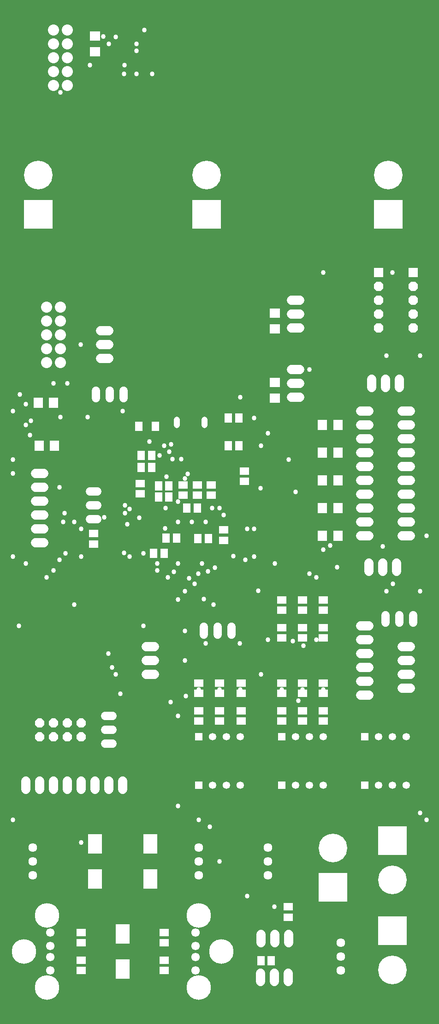
<source format=gbr>
G04 EAGLE Gerber RS-274X export*
G75*
%MOMM*%
%FSLAX34Y34*%
%LPD*%
%INSoldermask Bottom*%
%IPNEG*%
%AMOC8*
5,1,8,0,0,1.08239X$1,22.5*%
G01*
%ADD10R,1.752400X1.952400*%
%ADD11R,1.652400X1.452400*%
%ADD12R,1.452400X1.652400*%
%ADD13C,2.032000*%
%ADD14R,5.252400X5.252400*%
%ADD15C,5.252400*%
%ADD16P,1.814519X8X202.500000*%
%ADD17C,1.524000*%
%ADD18C,1.676400*%
%ADD19R,1.452400X1.752400*%
%ADD20P,1.869504X8X112.500000*%
%ADD21R,1.727200X1.727200*%
%ADD22C,1.117600*%
%ADD23R,1.955400X1.752400*%
%ADD24C,1.612391*%
%ADD25C,1.552400*%
%ADD26C,4.502400*%
%ADD27R,2.652400X3.652400*%
%ADD28R,1.352400X1.352400*%
%ADD29C,1.352400*%
%ADD30R,1.752400X1.955400*%
%ADD31C,0.858000*%


D10*
X60930Y1107440D03*
X88930Y1107440D03*
X90200Y1028700D03*
X62200Y1028700D03*
D11*
X353060Y956920D03*
X353060Y937920D03*
D12*
X352400Y914400D03*
X333400Y914400D03*
X300330Y955040D03*
X281330Y955040D03*
X268580Y989330D03*
X249580Y989330D03*
X353720Y858520D03*
X372720Y858520D03*
X314300Y859790D03*
X295300Y859790D03*
X268580Y1010920D03*
X249580Y1010920D03*
X300330Y934720D03*
X281330Y934720D03*
D11*
X378460Y937920D03*
X378460Y956920D03*
D13*
X76200Y1282700D03*
X101600Y1282700D03*
X76200Y1257300D03*
X101600Y1257300D03*
X76200Y1231900D03*
X101600Y1231900D03*
X76200Y1206500D03*
X101600Y1206500D03*
X76200Y1181100D03*
X101600Y1181100D03*
D14*
X711200Y139700D03*
D15*
X711200Y68070D03*
D14*
X60960Y1452880D03*
D15*
X60960Y1524510D03*
D14*
X369570Y1452880D03*
D15*
X369570Y1524510D03*
D16*
X139700Y520700D03*
X114300Y520700D03*
X88900Y520700D03*
X63500Y520700D03*
X139700Y495300D03*
X114300Y495300D03*
X88900Y495300D03*
X63500Y495300D03*
D13*
X88900Y1790700D03*
X114300Y1790700D03*
X88900Y1765300D03*
X114300Y1765300D03*
X88900Y1739900D03*
X114300Y1739900D03*
X88900Y1714500D03*
X114300Y1714500D03*
X88900Y1689100D03*
X114300Y1689100D03*
D17*
X415290Y696468D02*
X415290Y682752D01*
X389890Y682752D02*
X389890Y696468D01*
X364490Y696468D02*
X364490Y682752D01*
X217170Y1115822D02*
X217170Y1129538D01*
X191770Y1129538D02*
X191770Y1115822D01*
X166370Y1115822D02*
X166370Y1129538D01*
D18*
X71120Y977900D02*
X55880Y977900D01*
X55880Y952500D02*
X71120Y952500D01*
X71120Y927100D02*
X55880Y927100D01*
X55880Y901700D02*
X71120Y901700D01*
X71120Y876300D02*
X55880Y876300D01*
X55880Y850900D02*
X71120Y850900D01*
D19*
X275590Y1064260D03*
X245110Y1064260D03*
D20*
X685800Y1244600D03*
X685800Y1270000D03*
X685800Y1295400D03*
X685800Y1320800D03*
D21*
X685800Y1346200D03*
D14*
X711200Y304800D03*
D15*
X711200Y233170D03*
D18*
X520700Y133350D02*
X520700Y118110D01*
X495300Y118110D02*
X495300Y133350D01*
X469900Y133350D02*
X469900Y118110D01*
D22*
X365760Y1067054D02*
X365760Y1076706D01*
X314960Y1076706D02*
X314960Y1067054D01*
D18*
X525780Y1168400D02*
X541020Y1168400D01*
X541020Y1143000D02*
X525780Y1143000D01*
X525780Y1117600D02*
X541020Y1117600D01*
X541020Y1295400D02*
X525780Y1295400D01*
X525780Y1270000D02*
X541020Y1270000D01*
X541020Y1244600D02*
X525780Y1244600D01*
X668020Y814070D02*
X668020Y798830D01*
X693420Y798830D02*
X693420Y814070D01*
X718820Y814070D02*
X718820Y798830D01*
X468630Y62230D02*
X468630Y46990D01*
X494030Y46990D02*
X494030Y62230D01*
X519430Y62230D02*
X519430Y46990D01*
X673100Y1135380D02*
X673100Y1150620D01*
X698500Y1150620D02*
X698500Y1135380D01*
X723900Y1135380D02*
X723900Y1150620D01*
D11*
X139700Y66700D03*
X139700Y85700D03*
D23*
X165100Y1751080D03*
X165100Y1779520D03*
D12*
X488290Y85090D03*
X469290Y85090D03*
D11*
X519430Y183490D03*
X519430Y164490D03*
X139700Y117500D03*
X139700Y136500D03*
X292100Y136500D03*
X292100Y117500D03*
X292100Y85700D03*
X292100Y66700D03*
D20*
X749300Y1244600D03*
X749300Y1270000D03*
X749300Y1295400D03*
X749300Y1320800D03*
D21*
X749300Y1346200D03*
D18*
X190500Y1188720D02*
X175260Y1188720D01*
X175260Y1214120D02*
X190500Y1214120D01*
X190500Y1239520D02*
X175260Y1239520D01*
X259080Y660400D02*
X274320Y660400D01*
X274320Y635000D02*
X259080Y635000D01*
X259080Y609600D02*
X274320Y609600D01*
D24*
X482600Y241300D03*
X482600Y266700D03*
X482600Y292100D03*
X50800Y241300D03*
X50800Y266700D03*
X50800Y292100D03*
X355600Y241300D03*
X355600Y266700D03*
X355600Y292100D03*
X615950Y118110D03*
X615950Y92710D03*
X615950Y67310D03*
D25*
X349300Y136600D03*
X349300Y111600D03*
X349300Y91600D03*
X349300Y66600D03*
D26*
X355300Y35900D03*
X397100Y101600D03*
X355300Y167300D03*
D25*
X82500Y66600D03*
X82500Y91600D03*
X82500Y111600D03*
X82500Y136600D03*
D26*
X76500Y167300D03*
X34700Y101600D03*
X76500Y35900D03*
D14*
X703580Y1452880D03*
D15*
X703580Y1524510D03*
D18*
X668020Y939800D02*
X652780Y939800D01*
X652780Y965200D02*
X668020Y965200D01*
X668020Y990600D02*
X652780Y990600D01*
X652780Y1016000D02*
X668020Y1016000D01*
X668020Y1041400D02*
X652780Y1041400D01*
X652780Y1066800D02*
X668020Y1066800D01*
X668020Y1092200D02*
X652780Y1092200D01*
X652780Y914400D02*
X668020Y914400D01*
X668020Y889000D02*
X652780Y889000D01*
X652780Y863600D02*
X668020Y863600D01*
X728980Y939800D02*
X744220Y939800D01*
X744220Y965200D02*
X728980Y965200D01*
X728980Y990600D02*
X744220Y990600D01*
X744220Y1016000D02*
X728980Y1016000D01*
X728980Y1041400D02*
X744220Y1041400D01*
X744220Y1066800D02*
X728980Y1066800D01*
X728980Y1092200D02*
X744220Y1092200D01*
X744220Y914400D02*
X728980Y914400D01*
X728980Y889000D02*
X744220Y889000D01*
X744220Y863600D02*
X728980Y863600D01*
D11*
X162560Y848766D03*
X162560Y867766D03*
D17*
X169418Y894080D02*
X155702Y894080D01*
X155702Y919480D02*
X169418Y919480D01*
X169418Y944880D02*
X155702Y944880D01*
D11*
X326390Y956920D03*
X326390Y937920D03*
X247650Y959460D03*
X247650Y940460D03*
D12*
X272440Y831850D03*
X291440Y831850D03*
D11*
X401320Y855370D03*
X401320Y874370D03*
X439420Y982320D03*
X439420Y963320D03*
D18*
X728980Y584200D02*
X744220Y584200D01*
X744220Y609600D02*
X728980Y609600D01*
X728980Y635000D02*
X744220Y635000D01*
X744220Y660400D02*
X728980Y660400D01*
D27*
X215900Y69100D03*
X215900Y134100D03*
X266700Y234200D03*
X266700Y299200D03*
D28*
X660400Y406400D03*
D29*
X685800Y406400D03*
X711200Y406400D03*
X736600Y406400D03*
D28*
X660400Y495300D03*
D29*
X685800Y495300D03*
X711200Y495300D03*
X736600Y495300D03*
D28*
X355600Y406400D03*
D29*
X381000Y406400D03*
X406400Y406400D03*
X431800Y406400D03*
D28*
X355600Y495300D03*
D29*
X381000Y495300D03*
X406400Y495300D03*
X431800Y495300D03*
D28*
X508000Y406400D03*
D29*
X533400Y406400D03*
X558800Y406400D03*
X584200Y406400D03*
D28*
X508000Y495300D03*
D29*
X533400Y495300D03*
X558800Y495300D03*
X584200Y495300D03*
D11*
X508000Y523900D03*
X508000Y542900D03*
X546100Y523900D03*
X546100Y542900D03*
X584200Y523900D03*
X584200Y542900D03*
X355600Y523900D03*
X355600Y542900D03*
X393700Y523900D03*
X393700Y542900D03*
X433070Y523900D03*
X433070Y542900D03*
X508000Y676300D03*
X508000Y695300D03*
X546100Y676300D03*
X546100Y695300D03*
X584200Y676300D03*
X584200Y695300D03*
D30*
X611120Y1066800D03*
X582680Y1066800D03*
X611120Y1016000D03*
X582680Y1016000D03*
X611120Y965200D03*
X582680Y965200D03*
X611120Y914400D03*
X582680Y914400D03*
X611120Y863600D03*
X582680Y863600D03*
D12*
X428600Y1028700D03*
X409600Y1028700D03*
X428600Y1079500D03*
X409600Y1079500D03*
D18*
X38100Y414020D02*
X38100Y398780D01*
X63500Y398780D02*
X63500Y414020D01*
X88900Y414020D02*
X88900Y398780D01*
X114300Y398780D02*
X114300Y414020D01*
X139700Y414020D02*
X139700Y398780D01*
X165100Y398780D02*
X165100Y414020D01*
X190500Y414020D02*
X190500Y398780D01*
X215900Y398780D02*
X215900Y414020D01*
D17*
X197358Y533400D02*
X183642Y533400D01*
X183642Y508000D02*
X197358Y508000D01*
X197358Y482600D02*
X183642Y482600D01*
D18*
X652780Y571500D02*
X668020Y571500D01*
X668020Y596900D02*
X652780Y596900D01*
X652780Y622300D02*
X668020Y622300D01*
X668020Y647700D02*
X652780Y647700D01*
X652780Y673100D02*
X668020Y673100D01*
X668020Y698500D02*
X652780Y698500D01*
D17*
X698500Y704342D02*
X698500Y718058D01*
X723900Y718058D02*
X723900Y704342D01*
X749300Y704342D02*
X749300Y718058D01*
D23*
X495300Y1144520D03*
X495300Y1116080D03*
X495300Y1271520D03*
X495300Y1243080D03*
D14*
X601980Y219710D03*
D15*
X601980Y291340D03*
D27*
X165100Y299200D03*
X165100Y234200D03*
D11*
X508000Y574700D03*
X508000Y593700D03*
X546100Y574700D03*
X546100Y593700D03*
X584200Y574700D03*
X584200Y593700D03*
X355600Y574700D03*
X355600Y593700D03*
X393700Y574700D03*
X393700Y593700D03*
X433070Y574700D03*
X433070Y593700D03*
X508000Y727100D03*
X508000Y746100D03*
X546100Y727100D03*
X546100Y746100D03*
X584200Y727100D03*
X584200Y746100D03*
D31*
X249580Y989330D03*
X368300Y889000D03*
X317420Y889080D03*
X342900Y889000D03*
X327355Y936955D03*
X353060Y937920D03*
X378460Y937920D03*
X306703Y1003960D03*
X331800Y569900D03*
X38100Y1104900D03*
X303840Y558800D03*
X538480Y561340D03*
X469900Y609600D03*
X88900Y1143000D03*
X114300Y1143000D03*
X419100Y826460D03*
X38100Y1066800D03*
X547700Y662000D03*
X45174Y1048474D03*
X266700Y228600D03*
X355600Y342900D03*
X773423Y342900D03*
X773369Y863600D03*
X165100Y299200D03*
X139700Y301600D03*
X353060Y956920D03*
X326390Y956920D03*
X254000Y831850D03*
X401320Y855370D03*
X352400Y914400D03*
X294640Y914400D03*
X380194Y914400D03*
X89550Y1028050D03*
X13942Y342900D03*
X13942Y825500D03*
X378460Y956920D03*
X762000Y355600D03*
X762000Y1193800D03*
X700020Y1193800D03*
X317500Y812800D03*
X317500Y368300D03*
X13942Y1092200D03*
X275590Y1064260D03*
X13942Y977900D03*
X317500Y533400D03*
X215900Y1092200D03*
X364490Y747370D03*
X317500Y746760D03*
X700020Y762000D03*
X762000Y762000D03*
X409600Y1079500D03*
X439420Y982320D03*
X409600Y1028700D03*
X13942Y1003300D03*
X247650Y961230D03*
X88930Y1107440D03*
X494030Y183490D03*
X375920Y330200D03*
X196370Y622300D03*
X508000Y581640D03*
X189540Y647700D03*
X546100Y581640D03*
X430530Y666750D03*
X368300Y666750D03*
X335192Y976840D03*
X468602Y951202D03*
X355600Y581640D03*
X211272Y574040D03*
X393700Y581640D03*
X301582Y1017620D03*
X482600Y1051560D03*
X508000Y727100D03*
X323169Y1003960D03*
X520700Y1003300D03*
X546100Y727100D03*
X254000Y698500D03*
X584200Y581640D03*
X203200Y609600D03*
X431800Y581640D03*
X330200Y968980D03*
X533400Y944372D03*
X584200Y727100D03*
X295300Y859790D03*
X372720Y858520D03*
X138430Y1214120D03*
X139700Y876300D03*
X25400Y698500D03*
X26670Y1122680D03*
X330200Y635000D03*
X330200Y689610D03*
X218102Y832330D03*
X110490Y831370D03*
X139700Y825500D03*
X228600Y825500D03*
X99975Y952500D03*
X99975Y819731D03*
X440690Y819630D03*
X382827Y737859D03*
X106805Y889000D03*
X127000Y737870D03*
X293370Y877570D03*
X584200Y1346200D03*
X571500Y787400D03*
X337820Y786130D03*
X127000Y889000D03*
X223774Y884654D03*
X431800Y1117600D03*
X469900Y1028700D03*
X431800Y1028700D03*
X457200Y1079500D03*
X246039Y896846D03*
X101600Y1081250D03*
X181836Y897890D03*
X151130Y1081250D03*
X46990Y1074420D03*
X228600Y912570D03*
X279400Y812800D03*
X38100Y812800D03*
X76200Y787400D03*
X298450Y787400D03*
X88900Y800100D03*
X279400Y800100D03*
X109220Y905510D03*
X219710Y905510D03*
X582680Y1066800D03*
X304800Y1031410D03*
X582680Y1016000D03*
X292100Y1028700D03*
X582680Y965200D03*
X283210Y1010920D03*
X582680Y863600D03*
X400768Y901700D03*
X190500Y1765300D03*
X218880Y1726266D03*
X155874Y1726266D03*
X241300Y1752600D03*
X241300Y1765300D03*
X255300Y1790700D03*
X203200Y1778000D03*
X269490Y1710690D03*
X101600Y1676400D03*
X180340Y1779270D03*
X165100Y1751300D03*
X218470Y1710690D03*
X241050Y1710690D03*
X347980Y775970D03*
X711200Y1346200D03*
X711699Y775199D03*
X219710Y919480D03*
X162560Y870176D03*
X292100Y136500D03*
X444500Y203200D03*
X582680Y914400D03*
X393700Y914400D03*
X296070Y971720D03*
X317500Y925860D03*
X372110Y798830D03*
X309400Y797560D03*
X393700Y266700D03*
X558800Y1168400D03*
X354730Y794230D03*
X558800Y794230D03*
X495300Y812800D03*
X495300Y1271520D03*
X361560Y812546D03*
X457200Y825500D03*
X457200Y876300D03*
X596688Y845820D03*
X584200Y838200D03*
X444500Y876300D03*
X385005Y805254D03*
X609600Y805970D03*
X139700Y66700D03*
X571500Y673100D03*
X528320Y670560D03*
X482600Y673100D03*
X693420Y844550D03*
X330200Y762000D03*
X464820Y762610D03*
X300330Y958850D03*
X264770Y1036320D03*
X268580Y989330D03*
X268580Y1010920D03*
X245110Y1064260D03*
M02*

</source>
